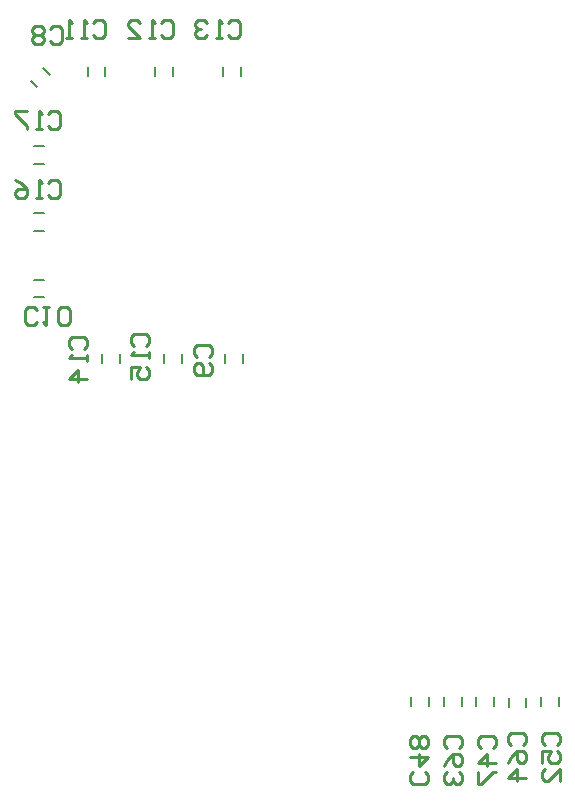
<source format=gbo>
%FSLAX44Y44*%
%MOMM*%
G71*
G01*
G75*
G04 Layer_Color=32896*
%ADD10R,2.0000X4.0000*%
%ADD11R,0.4500X2.0000*%
%ADD12R,1.1000X1.7000*%
%ADD13C,0.4000*%
%ADD14R,1.7000X1.1000*%
%ADD15R,2.6000X1.1000*%
%ADD16R,1.5000X1.5000*%
%ADD17C,0.3600*%
%ADD18C,0.3000*%
%ADD19R,1.1000X2.6000*%
%ADD20R,0.6000X1.1500*%
%ADD21R,1.1500X0.7500*%
%ADD22R,2.0000X2.0000*%
%ADD23C,2.0000*%
%ADD24C,0.2540*%
%ADD25C,0.3048*%
%ADD26C,0.1000*%
%ADD27C,1.0000*%
%ADD28C,0.4000*%
%ADD29C,2.0000*%
%ADD30C,0.5080*%
%ADD31C,0.2000*%
%ADD32C,0.5000*%
%ADD33C,1.5240*%
%ADD34C,1.5000*%
%ADD35R,1.5000X1.5000*%
%ADD36C,3.8000*%
%ADD37C,1.6000*%
%ADD38R,1.6000X1.6000*%
%ADD39R,1.8500X1.8500*%
%ADD40C,1.8500*%
%ADD41R,1.3500X1.3500*%
%ADD42C,1.3500*%
%ADD43R,1.3500X1.3500*%
%ADD44C,1.7780*%
%ADD45C,1.0000*%
%ADD46C,1.2700*%
%ADD47C,7.0000*%
%ADD48C,1.0160*%
%ADD49C,1.1620*%
%ADD50C,1.3000*%
%ADD51C,2.7000*%
%ADD52C,1.3200*%
%ADD53C,1.2000*%
%ADD54C,1.6700*%
%ADD55C,0.9000*%
%ADD56C,0.6500*%
%ADD57C,5.4000*%
%ADD58C,0.3000*%
%ADD59C,0.0025*%
G04:AMPARAMS|DCode=60|XSize=1.7mm|YSize=1.1mm|CornerRadius=0mm|HoleSize=0mm|Usage=FLASHONLY|Rotation=225.000|XOffset=0mm|YOffset=0mm|HoleType=Round|Shape=Rectangle|*
%AMROTATEDRECTD60*
4,1,4,0.2121,0.9900,0.9900,0.2121,-0.2121,-0.9900,-0.9900,-0.2121,0.2121,0.9900,0.0*
%
%ADD60ROTATEDRECTD60*%

%ADD61C,3.0000*%
%ADD62C,0.2500*%
%ADD63C,0.1270*%
%ADD64C,0.1524*%
%ADD65C,0.2032*%
%ADD66R,2.2032X4.2032*%
%ADD67R,0.6532X2.2032*%
%ADD68R,1.3032X1.9032*%
%ADD69C,0.6032*%
%ADD70R,1.9032X1.3032*%
%ADD71R,2.8032X1.3032*%
%ADD72R,1.7032X1.7032*%
%ADD73C,0.4800*%
%ADD74C,0.5032*%
%ADD75R,1.3032X2.8032*%
%ADD76R,0.8032X1.3532*%
%ADD77R,1.3532X0.9532*%
%ADD78R,2.2032X2.2032*%
%ADD79C,2.2032*%
%ADD80C,0.4200*%
%ADD81C,1.7272*%
%ADD82C,1.7032*%
%ADD83R,1.7032X1.7032*%
%ADD84C,4.0032*%
%ADD85C,1.8032*%
%ADD86R,1.8032X1.8032*%
%ADD87R,2.0532X2.0532*%
%ADD88C,2.0532*%
%ADD89R,1.5532X1.5532*%
%ADD90C,1.5532*%
%ADD91R,1.5532X1.5532*%
%ADD92C,1.9812*%
%ADD93C,1.2032*%
%ADD94C,1.4732*%
%ADD95C,7.2032*%
G04:AMPARAMS|DCode=96|XSize=1.9032mm|YSize=1.3032mm|CornerRadius=0mm|HoleSize=0mm|Usage=FLASHONLY|Rotation=225.000|XOffset=0mm|YOffset=0mm|HoleType=Round|Shape=Rectangle|*
%AMROTATEDRECTD96*
4,1,4,0.2121,1.1336,1.1336,0.2121,-0.2121,-1.1336,-1.1336,-0.2121,0.2121,1.1336,0.0*
%
%ADD96ROTATEDRECTD96*%

D24*
X1565804Y383093D02*
X1563265Y385633D01*
Y390711D01*
X1565804Y393250D01*
X1575961D01*
X1578500Y390711D01*
Y385633D01*
X1575961Y383093D01*
X1563265Y367858D02*
Y378015D01*
X1570883D01*
X1568343Y372937D01*
Y370397D01*
X1570883Y367858D01*
X1575961D01*
X1578500Y370397D01*
Y375476D01*
X1575961Y378015D01*
X1578500Y352623D02*
Y362780D01*
X1568343Y352623D01*
X1565804D01*
X1563265Y355162D01*
Y360241D01*
X1565804Y362780D01*
X1464196Y360157D02*
X1466735Y357617D01*
Y352539D01*
X1464196Y350000D01*
X1454039D01*
X1451500Y352539D01*
Y357617D01*
X1454039Y360157D01*
X1451500Y372853D02*
X1466735D01*
X1459117Y365235D01*
Y375392D01*
X1464196Y380470D02*
X1466735Y383009D01*
Y388088D01*
X1464196Y390627D01*
X1461657D01*
X1459117Y388088D01*
X1456578Y390627D01*
X1454039D01*
X1451500Y388088D01*
Y383009D01*
X1454039Y380470D01*
X1456578D01*
X1459117Y383009D01*
X1461657Y380470D01*
X1464196D01*
X1459117Y383009D02*
Y388088D01*
X1511804Y381093D02*
X1509265Y383633D01*
Y388711D01*
X1511804Y391250D01*
X1521961D01*
X1524500Y388711D01*
Y383633D01*
X1521961Y381093D01*
X1524500Y368397D02*
X1509265D01*
X1516882Y376015D01*
Y365858D01*
X1509265Y360780D02*
Y350623D01*
X1511804D01*
X1521961Y360780D01*
X1524500D01*
X1145093Y917446D02*
X1147633Y919985D01*
X1152711D01*
X1155250Y917446D01*
Y907289D01*
X1152711Y904750D01*
X1147633D01*
X1145093Y907289D01*
X1140015Y904750D02*
X1134937D01*
X1137476D01*
Y919985D01*
X1140015Y917446D01*
X1127319Y919985D02*
X1117162D01*
Y917446D01*
X1127319Y907289D01*
Y904750D01*
X1145093Y859071D02*
X1147633Y861610D01*
X1152711D01*
X1155250Y859071D01*
Y848914D01*
X1152711Y846375D01*
X1147633D01*
X1145093Y848914D01*
X1140015Y846375D02*
X1134937D01*
X1137476D01*
Y861610D01*
X1140015Y859071D01*
X1117162Y861610D02*
X1122241Y859071D01*
X1127319Y853992D01*
Y848914D01*
X1124780Y846375D01*
X1119702D01*
X1117162Y848914D01*
Y851453D01*
X1119702Y853992D01*
X1127319D01*
X1217554Y721343D02*
X1215015Y723883D01*
Y728961D01*
X1217554Y731500D01*
X1227711D01*
X1230250Y728961D01*
Y723883D01*
X1227711Y721343D01*
X1230250Y716265D02*
Y711187D01*
Y713726D01*
X1215015D01*
X1217554Y716265D01*
X1215015Y693412D02*
Y703569D01*
X1222633D01*
X1220093Y698491D01*
Y695952D01*
X1222633Y693412D01*
X1227711D01*
X1230250Y695952D01*
Y701030D01*
X1227711Y703569D01*
X1165554Y718343D02*
X1163015Y720882D01*
Y725961D01*
X1165554Y728500D01*
X1175711D01*
X1178250Y725961D01*
Y720882D01*
X1175711Y718343D01*
X1178250Y713265D02*
Y708187D01*
Y710726D01*
X1163015D01*
X1165554Y713265D01*
X1178250Y692952D02*
X1163015D01*
X1170632Y700569D01*
Y690412D01*
X1297689Y994406D02*
X1300228Y996945D01*
X1305307D01*
X1307846Y994406D01*
Y984249D01*
X1305307Y981710D01*
X1300228D01*
X1297689Y984249D01*
X1292611Y981710D02*
X1287533D01*
X1290072D01*
Y996945D01*
X1292611Y994406D01*
X1279915D02*
X1277376Y996945D01*
X1272298D01*
X1269758Y994406D01*
Y991867D01*
X1272298Y989327D01*
X1274837D01*
X1272298D01*
X1269758Y986788D01*
Y984249D01*
X1272298Y981710D01*
X1277376D01*
X1279915Y984249D01*
X1240539Y994406D02*
X1243079Y996945D01*
X1248157D01*
X1250696Y994406D01*
Y984249D01*
X1248157Y981710D01*
X1243079D01*
X1240539Y984249D01*
X1235461Y981710D02*
X1230383D01*
X1232922D01*
Y996945D01*
X1235461Y994406D01*
X1212608Y981710D02*
X1222765D01*
X1212608Y991867D01*
Y994406D01*
X1215147Y996945D01*
X1220226D01*
X1222765Y994406D01*
X1183389D02*
X1185928Y996945D01*
X1191007D01*
X1193546Y994406D01*
Y984249D01*
X1191007Y981710D01*
X1185928D01*
X1183389Y984249D01*
X1178311Y981710D02*
X1173233D01*
X1175772D01*
Y996945D01*
X1178311Y994406D01*
X1165615Y981710D02*
X1160537D01*
X1163076D01*
Y996945D01*
X1165615Y994406D01*
X1135907Y741054D02*
X1133367Y738515D01*
X1128289D01*
X1125750Y741054D01*
Y751211D01*
X1128289Y753750D01*
X1133367D01*
X1135907Y751211D01*
X1140985Y753750D02*
X1146063D01*
X1143524D01*
Y738515D01*
X1140985Y741054D01*
X1153681D02*
X1156220Y738515D01*
X1161299D01*
X1163838Y741054D01*
Y751211D01*
X1161299Y753750D01*
X1156220D01*
X1153681Y751211D01*
Y741054D01*
X1271304Y712093D02*
X1268765Y714632D01*
Y719711D01*
X1271304Y722250D01*
X1281461D01*
X1284000Y719711D01*
Y714632D01*
X1281461Y712093D01*
Y707015D02*
X1284000Y704476D01*
Y699397D01*
X1281461Y696858D01*
X1271304D01*
X1268765Y699397D01*
Y704476D01*
X1271304Y707015D01*
X1273843D01*
X1276383Y704476D01*
Y696858D01*
X1146813Y989834D02*
X1149352Y992373D01*
X1154431D01*
X1156970Y989834D01*
Y979677D01*
X1154431Y977138D01*
X1149352D01*
X1146813Y979677D01*
X1141735Y989834D02*
X1139196Y992373D01*
X1134117D01*
X1131578Y989834D01*
Y987295D01*
X1134117Y984755D01*
X1131578Y982216D01*
Y979677D01*
X1134117Y977138D01*
X1139196D01*
X1141735Y979677D01*
Y982216D01*
X1139196Y984755D01*
X1141735Y987295D01*
Y989834D01*
X1139196Y984755D02*
X1134117D01*
X1482804Y380593D02*
X1480265Y383133D01*
Y388211D01*
X1482804Y390750D01*
X1492961D01*
X1495500Y388211D01*
Y383133D01*
X1492961Y380593D01*
X1480265Y365358D02*
X1482804Y370437D01*
X1487883Y375515D01*
X1492961D01*
X1495500Y372976D01*
Y367897D01*
X1492961Y365358D01*
X1490422D01*
X1487883Y367897D01*
Y375515D01*
X1482804Y360280D02*
X1480265Y357741D01*
Y352662D01*
X1482804Y350123D01*
X1485343D01*
X1487883Y352662D01*
Y355201D01*
Y352662D01*
X1490422Y350123D01*
X1492961D01*
X1495500Y352662D01*
Y357741D01*
X1492961Y360280D01*
X1537304Y383343D02*
X1534765Y385882D01*
Y390961D01*
X1537304Y393500D01*
X1547461D01*
X1550000Y390961D01*
Y385882D01*
X1547461Y383343D01*
X1534765Y368108D02*
X1537304Y373187D01*
X1542383Y378265D01*
X1547461D01*
X1550000Y375726D01*
Y370647D01*
X1547461Y368108D01*
X1544922D01*
X1542383Y370647D01*
Y378265D01*
X1550000Y355412D02*
X1534765D01*
X1542383Y363030D01*
Y352873D01*
D31*
X1452500Y416000D02*
Y424000D01*
X1467500Y416000D02*
Y424000D01*
X1507625Y416000D02*
Y424000D01*
X1522625Y416000D02*
Y424000D01*
X1562750Y416000D02*
Y424000D01*
X1577750Y416000D02*
Y424000D01*
X1140725Y956382D02*
X1146382Y950725D01*
X1130118Y945775D02*
X1135775Y940118D01*
X1193500Y949500D02*
Y957500D01*
X1178500Y949500D02*
Y957500D01*
X1250750Y949500D02*
Y957500D01*
X1235750Y949500D02*
Y957500D01*
X1308000Y949500D02*
Y957500D01*
X1293000Y949500D02*
Y957500D01*
X1133250Y777250D02*
X1141250D01*
X1133250Y762250D02*
X1141250D01*
X1133250Y833875D02*
X1141250Y833875D01*
X1133250Y818875D02*
X1141250D01*
X1133250Y890500D02*
X1141250Y890500D01*
X1133250Y875500D02*
X1141250Y875500D01*
X1295000Y706750D02*
Y714750D01*
X1310000Y706750D02*
Y714750D01*
X1243000D02*
X1243000Y706750D01*
X1258000D02*
Y714750D01*
X1191000Y714750D02*
X1191000Y706750D01*
X1206000Y706750D02*
Y714750D01*
X1550000Y415500D02*
Y423500D01*
X1535000Y415500D02*
Y423500D01*
X1495250Y416250D02*
Y424250D01*
X1480250Y416250D02*
Y424250D01*
M02*

</source>
